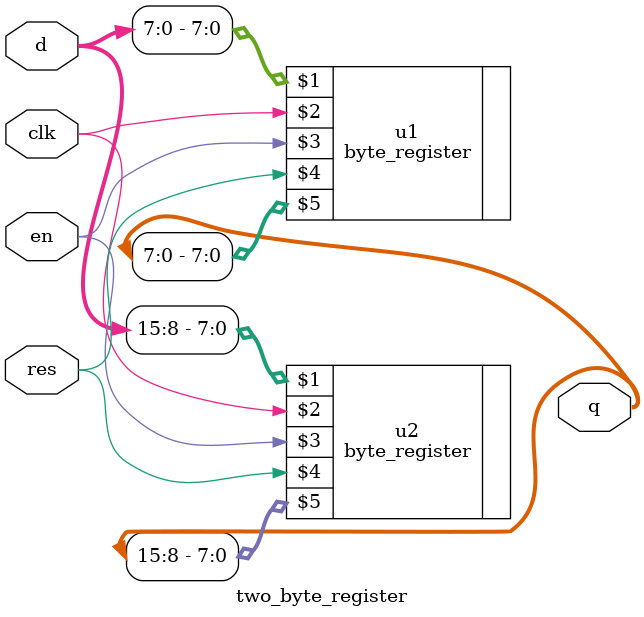
<source format=v>
`timescale 1ns / 1ps
module two_byte_register(
    input [15:0] d,
    input clk,
    input en,
    input res,
    output [15:0] q
    );
	 
	 byte_register u1(d[7:0],clk,en,res,q[7:0]);
	 byte_register u2(d[15:8],clk,en,res,q[15:8]);

endmodule

</source>
